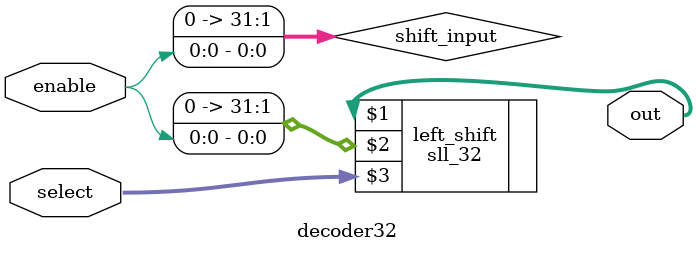
<source format=v>
module decoder32(out, select, enable);
  input [4:0] select;
  input enable;
  output [31:0] out;

  wire [31:0] shift_input;
  assign shift_input[0] = enable;
  assign shift_input[31:1] = {31{1'b0}};
  sll_32 left_shift(out, shift_input, select);
endmodule
</source>
